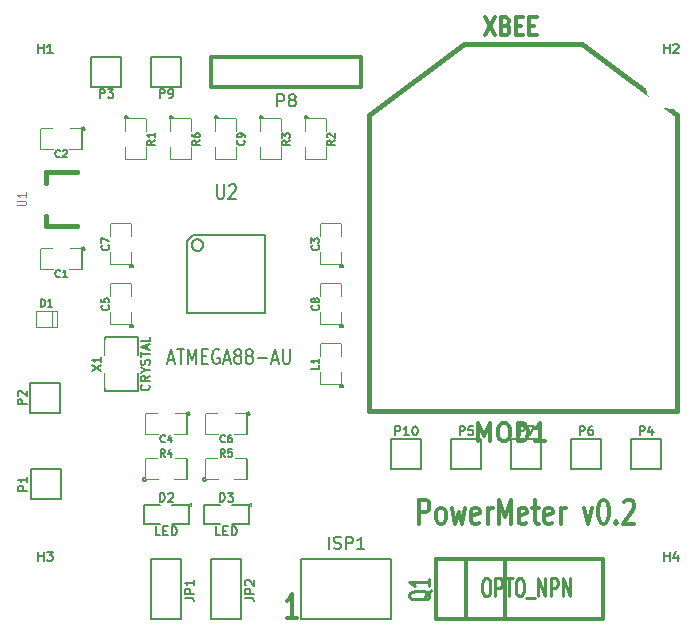
<source format=gto>
G04 (created by PCBNEW-RS274X (2011-07-12 BZR 3047)-stable) date Wed 05 Oct 2011 08:43:45 BST*
G01*
G70*
G90*
%MOIN*%
G04 Gerber Fmt 3.4, Leading zero omitted, Abs format*
%FSLAX34Y34*%
G04 APERTURE LIST*
%ADD10C,0.006000*%
%ADD11C,0.012000*%
%ADD12C,0.003900*%
%ADD13C,0.005100*%
%ADD14C,0.008000*%
%ADD15C,0.015000*%
%ADD16C,0.005000*%
%ADD17C,0.004700*%
%ADD18C,0.010700*%
%ADD19C,0.010000*%
%ADD20C,0.004900*%
%ADD21R,0.055200X0.055200*%
%ADD22C,0.068000*%
%ADD23C,0.173400*%
%ADD24R,0.068000X0.068000*%
%ADD25R,0.067100X0.067100*%
%ADD26C,0.067100*%
%ADD27R,0.063100X0.043400*%
%ADD28R,0.090700X0.086700*%
%ADD29R,0.086700X0.025700*%
%ADD30R,0.025700X0.086700*%
%ADD31R,0.067100X0.059200*%
%ADD32R,0.059200X0.067100*%
%ADD33R,0.055200X0.035600*%
%ADD34R,0.106400X0.055200*%
%ADD35C,0.070000*%
%ADD36R,0.070000X0.070000*%
G04 APERTURE END LIST*
G54D10*
G54D11*
X60369Y-49458D02*
X60026Y-49458D01*
X60198Y-49458D02*
X60198Y-48658D01*
X60141Y-48772D01*
X60083Y-48848D01*
X60026Y-48886D01*
X64430Y-46324D02*
X64430Y-45524D01*
X64658Y-45524D01*
X64716Y-45562D01*
X64744Y-45600D01*
X64773Y-45676D01*
X64773Y-45790D01*
X64744Y-45867D01*
X64716Y-45905D01*
X64658Y-45943D01*
X64430Y-45943D01*
X65116Y-46324D02*
X65058Y-46286D01*
X65030Y-46248D01*
X65001Y-46171D01*
X65001Y-45943D01*
X65030Y-45867D01*
X65058Y-45829D01*
X65116Y-45790D01*
X65201Y-45790D01*
X65258Y-45829D01*
X65287Y-45867D01*
X65316Y-45943D01*
X65316Y-46171D01*
X65287Y-46248D01*
X65258Y-46286D01*
X65201Y-46324D01*
X65116Y-46324D01*
X65516Y-45790D02*
X65630Y-46324D01*
X65744Y-45943D01*
X65859Y-46324D01*
X65973Y-45790D01*
X66430Y-46286D02*
X66373Y-46324D01*
X66259Y-46324D01*
X66202Y-46286D01*
X66173Y-46210D01*
X66173Y-45905D01*
X66202Y-45829D01*
X66259Y-45790D01*
X66373Y-45790D01*
X66430Y-45829D01*
X66459Y-45905D01*
X66459Y-45981D01*
X66173Y-46057D01*
X66716Y-46324D02*
X66716Y-45790D01*
X66716Y-45943D02*
X66744Y-45867D01*
X66773Y-45829D01*
X66830Y-45790D01*
X66887Y-45790D01*
X67087Y-46324D02*
X67087Y-45524D01*
X67287Y-46095D01*
X67487Y-45524D01*
X67487Y-46324D01*
X68001Y-46286D02*
X67944Y-46324D01*
X67830Y-46324D01*
X67773Y-46286D01*
X67744Y-46210D01*
X67744Y-45905D01*
X67773Y-45829D01*
X67830Y-45790D01*
X67944Y-45790D01*
X68001Y-45829D01*
X68030Y-45905D01*
X68030Y-45981D01*
X67744Y-46057D01*
X68201Y-45790D02*
X68430Y-45790D01*
X68287Y-45524D02*
X68287Y-46210D01*
X68315Y-46286D01*
X68373Y-46324D01*
X68430Y-46324D01*
X68858Y-46286D02*
X68801Y-46324D01*
X68687Y-46324D01*
X68630Y-46286D01*
X68601Y-46210D01*
X68601Y-45905D01*
X68630Y-45829D01*
X68687Y-45790D01*
X68801Y-45790D01*
X68858Y-45829D01*
X68887Y-45905D01*
X68887Y-45981D01*
X68601Y-46057D01*
X69144Y-46324D02*
X69144Y-45790D01*
X69144Y-45943D02*
X69172Y-45867D01*
X69201Y-45829D01*
X69258Y-45790D01*
X69315Y-45790D01*
X69915Y-45790D02*
X70058Y-46324D01*
X70200Y-45790D01*
X70543Y-45524D02*
X70600Y-45524D01*
X70657Y-45562D01*
X70686Y-45600D01*
X70715Y-45676D01*
X70743Y-45829D01*
X70743Y-46019D01*
X70715Y-46171D01*
X70686Y-46248D01*
X70657Y-46286D01*
X70600Y-46324D01*
X70543Y-46324D01*
X70486Y-46286D01*
X70457Y-46248D01*
X70429Y-46171D01*
X70400Y-46019D01*
X70400Y-45829D01*
X70429Y-45676D01*
X70457Y-45600D01*
X70486Y-45562D01*
X70543Y-45524D01*
X71000Y-46248D02*
X71028Y-46286D01*
X71000Y-46324D01*
X70971Y-46286D01*
X71000Y-46248D01*
X71000Y-46324D01*
X71257Y-45600D02*
X71286Y-45562D01*
X71343Y-45524D01*
X71486Y-45524D01*
X71543Y-45562D01*
X71572Y-45600D01*
X71600Y-45676D01*
X71600Y-45752D01*
X71572Y-45867D01*
X71229Y-46324D01*
X71600Y-46324D01*
G54D12*
X56836Y-45685D02*
X56835Y-45692D01*
X56832Y-45700D01*
X56829Y-45707D01*
X56824Y-45713D01*
X56818Y-45718D01*
X56811Y-45721D01*
X56804Y-45724D01*
X56796Y-45724D01*
X56789Y-45724D01*
X56782Y-45722D01*
X56775Y-45718D01*
X56769Y-45713D01*
X56763Y-45707D01*
X56760Y-45700D01*
X56757Y-45693D01*
X56757Y-45685D01*
X56757Y-45678D01*
X56759Y-45671D01*
X56763Y-45664D01*
X56768Y-45658D01*
X56774Y-45653D01*
X56780Y-45649D01*
X56788Y-45646D01*
X56796Y-45646D01*
X56802Y-45646D01*
X56810Y-45648D01*
X56817Y-45652D01*
X56823Y-45657D01*
X56828Y-45662D01*
X56832Y-45669D01*
X56835Y-45677D01*
X56835Y-45684D01*
X56836Y-45685D01*
G54D13*
X56177Y-46315D02*
X56748Y-46315D01*
X56177Y-45685D02*
X56748Y-45685D01*
X55252Y-45685D02*
X55252Y-46315D01*
X55252Y-46315D02*
X55803Y-46315D01*
X55252Y-45685D02*
X55803Y-45685D01*
X56748Y-46315D02*
X56748Y-45685D01*
G54D12*
X58836Y-45685D02*
X58835Y-45692D01*
X58832Y-45700D01*
X58829Y-45707D01*
X58824Y-45713D01*
X58818Y-45718D01*
X58811Y-45721D01*
X58804Y-45724D01*
X58796Y-45724D01*
X58789Y-45724D01*
X58782Y-45722D01*
X58775Y-45718D01*
X58769Y-45713D01*
X58763Y-45707D01*
X58760Y-45700D01*
X58757Y-45693D01*
X58757Y-45685D01*
X58757Y-45678D01*
X58759Y-45671D01*
X58763Y-45664D01*
X58768Y-45658D01*
X58774Y-45653D01*
X58780Y-45649D01*
X58788Y-45646D01*
X58796Y-45646D01*
X58802Y-45646D01*
X58810Y-45648D01*
X58817Y-45652D01*
X58823Y-45657D01*
X58828Y-45662D01*
X58832Y-45669D01*
X58835Y-45677D01*
X58835Y-45684D01*
X58836Y-45685D01*
G54D13*
X58177Y-46315D02*
X58748Y-46315D01*
X58177Y-45685D02*
X58748Y-45685D01*
X57252Y-45685D02*
X57252Y-46315D01*
X57252Y-46315D02*
X57803Y-46315D01*
X57252Y-45685D02*
X57803Y-45685D01*
X58748Y-46315D02*
X58748Y-45685D01*
G54D10*
X52500Y-45500D02*
X51500Y-45500D01*
X51500Y-45500D02*
X51500Y-44500D01*
X51500Y-44500D02*
X52500Y-44500D01*
X52500Y-44500D02*
X52500Y-45500D01*
X52472Y-42626D02*
X51472Y-42626D01*
X51472Y-42626D02*
X51472Y-41626D01*
X51472Y-41626D02*
X52472Y-41626D01*
X52472Y-41626D02*
X52472Y-42626D01*
X54500Y-30750D02*
X54500Y-31750D01*
X54500Y-31750D02*
X53500Y-31750D01*
X53500Y-31750D02*
X53500Y-30750D01*
X53500Y-30750D02*
X54500Y-30750D01*
X71500Y-44500D02*
X71500Y-43500D01*
X71500Y-43500D02*
X72500Y-43500D01*
X72500Y-43500D02*
X72500Y-44500D01*
X72500Y-44500D02*
X71500Y-44500D01*
X69500Y-44500D02*
X69500Y-43500D01*
X69500Y-43500D02*
X70500Y-43500D01*
X70500Y-43500D02*
X70500Y-44500D01*
X70500Y-44500D02*
X69500Y-44500D01*
X67500Y-44500D02*
X67500Y-43500D01*
X67500Y-43500D02*
X68500Y-43500D01*
X68500Y-43500D02*
X68500Y-44500D01*
X68500Y-44500D02*
X67500Y-44500D01*
X56500Y-30750D02*
X56500Y-31750D01*
X56500Y-31750D02*
X55500Y-31750D01*
X55500Y-31750D02*
X55500Y-30750D01*
X55500Y-30750D02*
X56500Y-30750D01*
X63500Y-44500D02*
X63500Y-43500D01*
X63500Y-43500D02*
X64500Y-43500D01*
X64500Y-43500D02*
X64500Y-44500D01*
X64500Y-44500D02*
X63500Y-44500D01*
G54D11*
X62500Y-31750D02*
X62500Y-30750D01*
X57500Y-30750D02*
X57500Y-31750D01*
X62500Y-31750D02*
X57500Y-31750D01*
X57500Y-30750D02*
X62500Y-30750D01*
G54D10*
X65500Y-44500D02*
X65500Y-43500D01*
X65500Y-43500D02*
X66500Y-43500D01*
X66500Y-43500D02*
X66500Y-44500D01*
X66500Y-44500D02*
X65500Y-44500D01*
G54D11*
X67300Y-49500D02*
X67300Y-47500D01*
X65000Y-47500D02*
X65000Y-49500D01*
X66000Y-49500D02*
X66000Y-47500D01*
X65000Y-47500D02*
X66100Y-47500D01*
X66000Y-47500D02*
X70550Y-47500D01*
X70550Y-47500D02*
X70550Y-49500D01*
X70550Y-49500D02*
X65500Y-49500D01*
X65050Y-49500D02*
X65000Y-49500D01*
X66000Y-49500D02*
X65000Y-49500D01*
G54D10*
X55500Y-47500D02*
X56500Y-47500D01*
X56500Y-47500D02*
X56500Y-49500D01*
X56500Y-49500D02*
X55500Y-49500D01*
X55500Y-49500D02*
X55500Y-47500D01*
X57500Y-47500D02*
X58500Y-47500D01*
X58500Y-47500D02*
X58500Y-49500D01*
X58500Y-49500D02*
X57500Y-49500D01*
X57500Y-49500D02*
X57500Y-47500D01*
G54D14*
X63500Y-49500D02*
X60500Y-49500D01*
X60500Y-47500D02*
X63500Y-47500D01*
X63500Y-47500D02*
X63500Y-49500D01*
X60500Y-49500D02*
X60500Y-47500D01*
G54D15*
X51988Y-36406D02*
X53012Y-36406D01*
X51988Y-34949D02*
X51988Y-34594D01*
X51988Y-34594D02*
X53012Y-34594D01*
X51988Y-36406D02*
X51988Y-36051D01*
G54D13*
X59299Y-36701D02*
X59299Y-39299D01*
X59299Y-39299D02*
X56701Y-39299D01*
X56701Y-39299D02*
X56701Y-36898D01*
X56701Y-36898D02*
X56898Y-36701D01*
X56898Y-36701D02*
X59299Y-36701D01*
X57228Y-37031D02*
X57224Y-37067D01*
X57213Y-37102D01*
X57196Y-37135D01*
X57173Y-37163D01*
X57145Y-37186D01*
X57112Y-37204D01*
X57077Y-37215D01*
X57041Y-37218D01*
X57005Y-37215D01*
X56970Y-37205D01*
X56938Y-37188D01*
X56909Y-37165D01*
X56885Y-37137D01*
X56868Y-37105D01*
X56857Y-37070D01*
X56853Y-37033D01*
X56856Y-36998D01*
X56866Y-36962D01*
X56882Y-36930D01*
X56905Y-36901D01*
X56933Y-36877D01*
X56965Y-36859D01*
X57000Y-36848D01*
X57037Y-36844D01*
X57072Y-36846D01*
X57107Y-36856D01*
X57140Y-36873D01*
X57169Y-36895D01*
X57193Y-36923D01*
X57211Y-36955D01*
X57223Y-36990D01*
X57227Y-37026D01*
X57228Y-37031D01*
G54D16*
X61889Y-41728D02*
X61888Y-41737D01*
X61885Y-41747D01*
X61880Y-41755D01*
X61874Y-41763D01*
X61866Y-41769D01*
X61858Y-41774D01*
X61849Y-41776D01*
X61839Y-41777D01*
X61830Y-41777D01*
X61821Y-41774D01*
X61812Y-41769D01*
X61805Y-41763D01*
X61798Y-41756D01*
X61794Y-41747D01*
X61791Y-41738D01*
X61790Y-41728D01*
X61790Y-41719D01*
X61793Y-41710D01*
X61797Y-41701D01*
X61804Y-41694D01*
X61811Y-41687D01*
X61819Y-41683D01*
X61829Y-41680D01*
X61838Y-41679D01*
X61847Y-41679D01*
X61857Y-41682D01*
X61865Y-41686D01*
X61873Y-41692D01*
X61879Y-41700D01*
X61884Y-41708D01*
X61887Y-41717D01*
X61888Y-41727D01*
X61889Y-41728D01*
X61839Y-41278D02*
X61839Y-41678D01*
X61839Y-41678D02*
X61161Y-41678D01*
X61161Y-41679D02*
X61161Y-41279D01*
X61161Y-40722D02*
X61161Y-40322D01*
X61161Y-40322D02*
X61839Y-40322D01*
X61839Y-40321D02*
X61839Y-40721D01*
X56211Y-32772D02*
X56210Y-32781D01*
X56207Y-32791D01*
X56202Y-32799D01*
X56196Y-32807D01*
X56188Y-32813D01*
X56180Y-32818D01*
X56171Y-32820D01*
X56161Y-32821D01*
X56152Y-32821D01*
X56143Y-32818D01*
X56134Y-32813D01*
X56127Y-32807D01*
X56120Y-32800D01*
X56116Y-32791D01*
X56113Y-32782D01*
X56112Y-32772D01*
X56112Y-32763D01*
X56115Y-32754D01*
X56119Y-32745D01*
X56126Y-32738D01*
X56133Y-32731D01*
X56141Y-32727D01*
X56151Y-32724D01*
X56160Y-32723D01*
X56169Y-32723D01*
X56179Y-32726D01*
X56187Y-32730D01*
X56195Y-32736D01*
X56201Y-32744D01*
X56206Y-32752D01*
X56209Y-32761D01*
X56210Y-32771D01*
X56211Y-32772D01*
X56161Y-33222D02*
X56161Y-32822D01*
X56161Y-32822D02*
X56839Y-32822D01*
X56839Y-32821D02*
X56839Y-33221D01*
X56839Y-33778D02*
X56839Y-34178D01*
X56839Y-34178D02*
X56161Y-34178D01*
X56161Y-34179D02*
X56161Y-33779D01*
X57322Y-44839D02*
X57321Y-44848D01*
X57318Y-44858D01*
X57313Y-44866D01*
X57307Y-44874D01*
X57299Y-44880D01*
X57291Y-44885D01*
X57282Y-44887D01*
X57272Y-44888D01*
X57263Y-44888D01*
X57254Y-44885D01*
X57245Y-44880D01*
X57238Y-44874D01*
X57231Y-44867D01*
X57227Y-44858D01*
X57224Y-44849D01*
X57223Y-44839D01*
X57223Y-44830D01*
X57226Y-44821D01*
X57230Y-44812D01*
X57237Y-44805D01*
X57244Y-44798D01*
X57252Y-44794D01*
X57262Y-44791D01*
X57271Y-44790D01*
X57280Y-44790D01*
X57290Y-44793D01*
X57298Y-44797D01*
X57306Y-44803D01*
X57312Y-44811D01*
X57317Y-44819D01*
X57320Y-44828D01*
X57321Y-44838D01*
X57322Y-44839D01*
X57722Y-44839D02*
X57322Y-44839D01*
X57322Y-44839D02*
X57322Y-44161D01*
X57321Y-44161D02*
X57721Y-44161D01*
X58278Y-44161D02*
X58678Y-44161D01*
X58678Y-44161D02*
X58678Y-44839D01*
X58679Y-44839D02*
X58279Y-44839D01*
X55322Y-44839D02*
X55321Y-44848D01*
X55318Y-44858D01*
X55313Y-44866D01*
X55307Y-44874D01*
X55299Y-44880D01*
X55291Y-44885D01*
X55282Y-44887D01*
X55272Y-44888D01*
X55263Y-44888D01*
X55254Y-44885D01*
X55245Y-44880D01*
X55238Y-44874D01*
X55231Y-44867D01*
X55227Y-44858D01*
X55224Y-44849D01*
X55223Y-44839D01*
X55223Y-44830D01*
X55226Y-44821D01*
X55230Y-44812D01*
X55237Y-44805D01*
X55244Y-44798D01*
X55252Y-44794D01*
X55262Y-44791D01*
X55271Y-44790D01*
X55280Y-44790D01*
X55290Y-44793D01*
X55298Y-44797D01*
X55306Y-44803D01*
X55312Y-44811D01*
X55317Y-44819D01*
X55320Y-44828D01*
X55321Y-44838D01*
X55322Y-44839D01*
X55722Y-44839D02*
X55322Y-44839D01*
X55322Y-44839D02*
X55322Y-44161D01*
X55321Y-44161D02*
X55721Y-44161D01*
X56278Y-44161D02*
X56678Y-44161D01*
X56678Y-44161D02*
X56678Y-44839D01*
X56679Y-44839D02*
X56279Y-44839D01*
X59211Y-32772D02*
X59210Y-32781D01*
X59207Y-32791D01*
X59202Y-32799D01*
X59196Y-32807D01*
X59188Y-32813D01*
X59180Y-32818D01*
X59171Y-32820D01*
X59161Y-32821D01*
X59152Y-32821D01*
X59143Y-32818D01*
X59134Y-32813D01*
X59127Y-32807D01*
X59120Y-32800D01*
X59116Y-32791D01*
X59113Y-32782D01*
X59112Y-32772D01*
X59112Y-32763D01*
X59115Y-32754D01*
X59119Y-32745D01*
X59126Y-32738D01*
X59133Y-32731D01*
X59141Y-32727D01*
X59151Y-32724D01*
X59160Y-32723D01*
X59169Y-32723D01*
X59179Y-32726D01*
X59187Y-32730D01*
X59195Y-32736D01*
X59201Y-32744D01*
X59206Y-32752D01*
X59209Y-32761D01*
X59210Y-32771D01*
X59211Y-32772D01*
X59161Y-33222D02*
X59161Y-32822D01*
X59161Y-32822D02*
X59839Y-32822D01*
X59839Y-32821D02*
X59839Y-33221D01*
X59839Y-33778D02*
X59839Y-34178D01*
X59839Y-34178D02*
X59161Y-34178D01*
X59161Y-34179D02*
X59161Y-33779D01*
X60711Y-32772D02*
X60710Y-32781D01*
X60707Y-32791D01*
X60702Y-32799D01*
X60696Y-32807D01*
X60688Y-32813D01*
X60680Y-32818D01*
X60671Y-32820D01*
X60661Y-32821D01*
X60652Y-32821D01*
X60643Y-32818D01*
X60634Y-32813D01*
X60627Y-32807D01*
X60620Y-32800D01*
X60616Y-32791D01*
X60613Y-32782D01*
X60612Y-32772D01*
X60612Y-32763D01*
X60615Y-32754D01*
X60619Y-32745D01*
X60626Y-32738D01*
X60633Y-32731D01*
X60641Y-32727D01*
X60651Y-32724D01*
X60660Y-32723D01*
X60669Y-32723D01*
X60679Y-32726D01*
X60687Y-32730D01*
X60695Y-32736D01*
X60701Y-32744D01*
X60706Y-32752D01*
X60709Y-32761D01*
X60710Y-32771D01*
X60711Y-32772D01*
X60661Y-33222D02*
X60661Y-32822D01*
X60661Y-32822D02*
X61339Y-32822D01*
X61339Y-32821D02*
X61339Y-33221D01*
X61339Y-33778D02*
X61339Y-34178D01*
X61339Y-34178D02*
X60661Y-34178D01*
X60661Y-34179D02*
X60661Y-33779D01*
X54711Y-32772D02*
X54710Y-32781D01*
X54707Y-32791D01*
X54702Y-32799D01*
X54696Y-32807D01*
X54688Y-32813D01*
X54680Y-32818D01*
X54671Y-32820D01*
X54661Y-32821D01*
X54652Y-32821D01*
X54643Y-32818D01*
X54634Y-32813D01*
X54627Y-32807D01*
X54620Y-32800D01*
X54616Y-32791D01*
X54613Y-32782D01*
X54612Y-32772D01*
X54612Y-32763D01*
X54615Y-32754D01*
X54619Y-32745D01*
X54626Y-32738D01*
X54633Y-32731D01*
X54641Y-32727D01*
X54651Y-32724D01*
X54660Y-32723D01*
X54669Y-32723D01*
X54679Y-32726D01*
X54687Y-32730D01*
X54695Y-32736D01*
X54701Y-32744D01*
X54706Y-32752D01*
X54709Y-32761D01*
X54710Y-32771D01*
X54711Y-32772D01*
X54661Y-33222D02*
X54661Y-32822D01*
X54661Y-32822D02*
X55339Y-32822D01*
X55339Y-32821D02*
X55339Y-33221D01*
X55339Y-33778D02*
X55339Y-34178D01*
X55339Y-34178D02*
X54661Y-34178D01*
X54661Y-34179D02*
X54661Y-33779D01*
X57711Y-32772D02*
X57710Y-32781D01*
X57707Y-32791D01*
X57702Y-32799D01*
X57696Y-32807D01*
X57688Y-32813D01*
X57680Y-32818D01*
X57671Y-32820D01*
X57661Y-32821D01*
X57652Y-32821D01*
X57643Y-32818D01*
X57634Y-32813D01*
X57627Y-32807D01*
X57620Y-32800D01*
X57616Y-32791D01*
X57613Y-32782D01*
X57612Y-32772D01*
X57612Y-32763D01*
X57615Y-32754D01*
X57619Y-32745D01*
X57626Y-32738D01*
X57633Y-32731D01*
X57641Y-32727D01*
X57651Y-32724D01*
X57660Y-32723D01*
X57669Y-32723D01*
X57679Y-32726D01*
X57687Y-32730D01*
X57695Y-32736D01*
X57701Y-32744D01*
X57706Y-32752D01*
X57709Y-32761D01*
X57710Y-32771D01*
X57711Y-32772D01*
X57661Y-33222D02*
X57661Y-32822D01*
X57661Y-32822D02*
X58339Y-32822D01*
X58339Y-32821D02*
X58339Y-33221D01*
X58339Y-33778D02*
X58339Y-34178D01*
X58339Y-34178D02*
X57661Y-34178D01*
X57661Y-34179D02*
X57661Y-33779D01*
X61889Y-39728D02*
X61888Y-39737D01*
X61885Y-39747D01*
X61880Y-39755D01*
X61874Y-39763D01*
X61866Y-39769D01*
X61858Y-39774D01*
X61849Y-39776D01*
X61839Y-39777D01*
X61830Y-39777D01*
X61821Y-39774D01*
X61812Y-39769D01*
X61805Y-39763D01*
X61798Y-39756D01*
X61794Y-39747D01*
X61791Y-39738D01*
X61790Y-39728D01*
X61790Y-39719D01*
X61793Y-39710D01*
X61797Y-39701D01*
X61804Y-39694D01*
X61811Y-39687D01*
X61819Y-39683D01*
X61829Y-39680D01*
X61838Y-39679D01*
X61847Y-39679D01*
X61857Y-39682D01*
X61865Y-39686D01*
X61873Y-39692D01*
X61879Y-39700D01*
X61884Y-39708D01*
X61887Y-39717D01*
X61888Y-39727D01*
X61889Y-39728D01*
X61839Y-39278D02*
X61839Y-39678D01*
X61839Y-39678D02*
X61161Y-39678D01*
X61161Y-39679D02*
X61161Y-39279D01*
X61161Y-38722D02*
X61161Y-38322D01*
X61161Y-38322D02*
X61839Y-38322D01*
X61839Y-38321D02*
X61839Y-38721D01*
X54889Y-37728D02*
X54888Y-37737D01*
X54885Y-37747D01*
X54880Y-37755D01*
X54874Y-37763D01*
X54866Y-37769D01*
X54858Y-37774D01*
X54849Y-37776D01*
X54839Y-37777D01*
X54830Y-37777D01*
X54821Y-37774D01*
X54812Y-37769D01*
X54805Y-37763D01*
X54798Y-37756D01*
X54794Y-37747D01*
X54791Y-37738D01*
X54790Y-37728D01*
X54790Y-37719D01*
X54793Y-37710D01*
X54797Y-37701D01*
X54804Y-37694D01*
X54811Y-37687D01*
X54819Y-37683D01*
X54829Y-37680D01*
X54838Y-37679D01*
X54847Y-37679D01*
X54857Y-37682D01*
X54865Y-37686D01*
X54873Y-37692D01*
X54879Y-37700D01*
X54884Y-37708D01*
X54887Y-37717D01*
X54888Y-37727D01*
X54889Y-37728D01*
X54839Y-37278D02*
X54839Y-37678D01*
X54839Y-37678D02*
X54161Y-37678D01*
X54161Y-37679D02*
X54161Y-37279D01*
X54161Y-36722D02*
X54161Y-36322D01*
X54161Y-36322D02*
X54839Y-36322D01*
X54839Y-36321D02*
X54839Y-36721D01*
X58778Y-42661D02*
X58777Y-42670D01*
X58774Y-42680D01*
X58769Y-42688D01*
X58763Y-42696D01*
X58755Y-42702D01*
X58747Y-42707D01*
X58738Y-42709D01*
X58728Y-42710D01*
X58719Y-42710D01*
X58710Y-42707D01*
X58701Y-42702D01*
X58694Y-42696D01*
X58687Y-42689D01*
X58683Y-42680D01*
X58680Y-42671D01*
X58679Y-42661D01*
X58679Y-42652D01*
X58682Y-42643D01*
X58686Y-42634D01*
X58693Y-42627D01*
X58700Y-42620D01*
X58708Y-42616D01*
X58718Y-42613D01*
X58727Y-42612D01*
X58736Y-42612D01*
X58746Y-42615D01*
X58754Y-42619D01*
X58762Y-42625D01*
X58768Y-42633D01*
X58773Y-42641D01*
X58776Y-42650D01*
X58777Y-42660D01*
X58778Y-42661D01*
X58278Y-42661D02*
X58678Y-42661D01*
X58678Y-42661D02*
X58678Y-43339D01*
X58679Y-43339D02*
X58279Y-43339D01*
X57722Y-43339D02*
X57322Y-43339D01*
X57322Y-43339D02*
X57322Y-42661D01*
X57321Y-42661D02*
X57721Y-42661D01*
X54889Y-39728D02*
X54888Y-39737D01*
X54885Y-39747D01*
X54880Y-39755D01*
X54874Y-39763D01*
X54866Y-39769D01*
X54858Y-39774D01*
X54849Y-39776D01*
X54839Y-39777D01*
X54830Y-39777D01*
X54821Y-39774D01*
X54812Y-39769D01*
X54805Y-39763D01*
X54798Y-39756D01*
X54794Y-39747D01*
X54791Y-39738D01*
X54790Y-39728D01*
X54790Y-39719D01*
X54793Y-39710D01*
X54797Y-39701D01*
X54804Y-39694D01*
X54811Y-39687D01*
X54819Y-39683D01*
X54829Y-39680D01*
X54838Y-39679D01*
X54847Y-39679D01*
X54857Y-39682D01*
X54865Y-39686D01*
X54873Y-39692D01*
X54879Y-39700D01*
X54884Y-39708D01*
X54887Y-39717D01*
X54888Y-39727D01*
X54889Y-39728D01*
X54839Y-39278D02*
X54839Y-39678D01*
X54839Y-39678D02*
X54161Y-39678D01*
X54161Y-39679D02*
X54161Y-39279D01*
X54161Y-38722D02*
X54161Y-38322D01*
X54161Y-38322D02*
X54839Y-38322D01*
X54839Y-38321D02*
X54839Y-38721D01*
X56778Y-42661D02*
X56777Y-42670D01*
X56774Y-42680D01*
X56769Y-42688D01*
X56763Y-42696D01*
X56755Y-42702D01*
X56747Y-42707D01*
X56738Y-42709D01*
X56728Y-42710D01*
X56719Y-42710D01*
X56710Y-42707D01*
X56701Y-42702D01*
X56694Y-42696D01*
X56687Y-42689D01*
X56683Y-42680D01*
X56680Y-42671D01*
X56679Y-42661D01*
X56679Y-42652D01*
X56682Y-42643D01*
X56686Y-42634D01*
X56693Y-42627D01*
X56700Y-42620D01*
X56708Y-42616D01*
X56718Y-42613D01*
X56727Y-42612D01*
X56736Y-42612D01*
X56746Y-42615D01*
X56754Y-42619D01*
X56762Y-42625D01*
X56768Y-42633D01*
X56773Y-42641D01*
X56776Y-42650D01*
X56777Y-42660D01*
X56778Y-42661D01*
X56278Y-42661D02*
X56678Y-42661D01*
X56678Y-42661D02*
X56678Y-43339D01*
X56679Y-43339D02*
X56279Y-43339D01*
X55722Y-43339D02*
X55322Y-43339D01*
X55322Y-43339D02*
X55322Y-42661D01*
X55321Y-42661D02*
X55721Y-42661D01*
X61889Y-37728D02*
X61888Y-37737D01*
X61885Y-37747D01*
X61880Y-37755D01*
X61874Y-37763D01*
X61866Y-37769D01*
X61858Y-37774D01*
X61849Y-37776D01*
X61839Y-37777D01*
X61830Y-37777D01*
X61821Y-37774D01*
X61812Y-37769D01*
X61805Y-37763D01*
X61798Y-37756D01*
X61794Y-37747D01*
X61791Y-37738D01*
X61790Y-37728D01*
X61790Y-37719D01*
X61793Y-37710D01*
X61797Y-37701D01*
X61804Y-37694D01*
X61811Y-37687D01*
X61819Y-37683D01*
X61829Y-37680D01*
X61838Y-37679D01*
X61847Y-37679D01*
X61857Y-37682D01*
X61865Y-37686D01*
X61873Y-37692D01*
X61879Y-37700D01*
X61884Y-37708D01*
X61887Y-37717D01*
X61888Y-37727D01*
X61889Y-37728D01*
X61839Y-37278D02*
X61839Y-37678D01*
X61839Y-37678D02*
X61161Y-37678D01*
X61161Y-37679D02*
X61161Y-37279D01*
X61161Y-36722D02*
X61161Y-36322D01*
X61161Y-36322D02*
X61839Y-36322D01*
X61839Y-36321D02*
X61839Y-36721D01*
X53278Y-33161D02*
X53277Y-33170D01*
X53274Y-33180D01*
X53269Y-33188D01*
X53263Y-33196D01*
X53255Y-33202D01*
X53247Y-33207D01*
X53238Y-33209D01*
X53228Y-33210D01*
X53219Y-33210D01*
X53210Y-33207D01*
X53201Y-33202D01*
X53194Y-33196D01*
X53187Y-33189D01*
X53183Y-33180D01*
X53180Y-33171D01*
X53179Y-33161D01*
X53179Y-33152D01*
X53182Y-33143D01*
X53186Y-33134D01*
X53193Y-33127D01*
X53200Y-33120D01*
X53208Y-33116D01*
X53218Y-33113D01*
X53227Y-33112D01*
X53236Y-33112D01*
X53246Y-33115D01*
X53254Y-33119D01*
X53262Y-33125D01*
X53268Y-33133D01*
X53273Y-33141D01*
X53276Y-33150D01*
X53277Y-33160D01*
X53278Y-33161D01*
X52778Y-33161D02*
X53178Y-33161D01*
X53178Y-33161D02*
X53178Y-33839D01*
X53179Y-33839D02*
X52779Y-33839D01*
X52222Y-33839D02*
X51822Y-33839D01*
X51822Y-33839D02*
X51822Y-33161D01*
X51821Y-33161D02*
X52221Y-33161D01*
X53278Y-37161D02*
X53277Y-37170D01*
X53274Y-37180D01*
X53269Y-37188D01*
X53263Y-37196D01*
X53255Y-37202D01*
X53247Y-37207D01*
X53238Y-37209D01*
X53228Y-37210D01*
X53219Y-37210D01*
X53210Y-37207D01*
X53201Y-37202D01*
X53194Y-37196D01*
X53187Y-37189D01*
X53183Y-37180D01*
X53180Y-37171D01*
X53179Y-37161D01*
X53179Y-37152D01*
X53182Y-37143D01*
X53186Y-37134D01*
X53193Y-37127D01*
X53200Y-37120D01*
X53208Y-37116D01*
X53218Y-37113D01*
X53227Y-37112D01*
X53236Y-37112D01*
X53246Y-37115D01*
X53254Y-37119D01*
X53262Y-37125D01*
X53268Y-37133D01*
X53273Y-37141D01*
X53276Y-37150D01*
X53277Y-37160D01*
X53278Y-37161D01*
X52778Y-37161D02*
X53178Y-37161D01*
X53178Y-37161D02*
X53178Y-37839D01*
X53179Y-37839D02*
X52779Y-37839D01*
X52222Y-37839D02*
X51822Y-37839D01*
X51822Y-37839D02*
X51822Y-37161D01*
X51821Y-37161D02*
X52221Y-37161D01*
G54D17*
X51646Y-39224D02*
X52354Y-39224D01*
X52354Y-39224D02*
X52354Y-39776D01*
X52354Y-39776D02*
X51646Y-39776D01*
X51646Y-39776D02*
X51646Y-39224D01*
X52197Y-39224D02*
X52197Y-39776D01*
G54D16*
X53950Y-41300D02*
X53950Y-41900D01*
X53950Y-41900D02*
X55050Y-41900D01*
X55050Y-41900D02*
X55050Y-41300D01*
X55050Y-40700D02*
X55050Y-40100D01*
X55050Y-40100D02*
X53950Y-40100D01*
X53950Y-40100D02*
X53950Y-40700D01*
G54D15*
X62776Y-32701D02*
X65925Y-30339D01*
X65925Y-30339D02*
X69862Y-30339D01*
X69862Y-30339D02*
X73012Y-32701D01*
X73012Y-32701D02*
X73012Y-42562D01*
X73012Y-42562D02*
X62776Y-42562D01*
X62776Y-42562D02*
X62776Y-32701D01*
G54D16*
X55778Y-45590D02*
X55778Y-45290D01*
X55850Y-45290D01*
X55893Y-45305D01*
X55921Y-45333D01*
X55936Y-45362D01*
X55950Y-45419D01*
X55950Y-45462D01*
X55936Y-45519D01*
X55921Y-45548D01*
X55893Y-45576D01*
X55850Y-45590D01*
X55778Y-45590D01*
X56064Y-45319D02*
X56078Y-45305D01*
X56107Y-45290D01*
X56178Y-45290D01*
X56207Y-45305D01*
X56221Y-45319D01*
X56236Y-45348D01*
X56236Y-45376D01*
X56221Y-45419D01*
X56050Y-45590D01*
X56236Y-45590D01*
X55807Y-46712D02*
X55664Y-46712D01*
X55664Y-46412D01*
X55907Y-46555D02*
X56007Y-46555D01*
X56050Y-46712D02*
X55907Y-46712D01*
X55907Y-46412D01*
X56050Y-46412D01*
X56178Y-46712D02*
X56178Y-46412D01*
X56250Y-46412D01*
X56293Y-46427D01*
X56321Y-46455D01*
X56336Y-46484D01*
X56350Y-46541D01*
X56350Y-46584D01*
X56336Y-46641D01*
X56321Y-46670D01*
X56293Y-46698D01*
X56250Y-46712D01*
X56178Y-46712D01*
X57778Y-45590D02*
X57778Y-45290D01*
X57850Y-45290D01*
X57893Y-45305D01*
X57921Y-45333D01*
X57936Y-45362D01*
X57950Y-45419D01*
X57950Y-45462D01*
X57936Y-45519D01*
X57921Y-45548D01*
X57893Y-45576D01*
X57850Y-45590D01*
X57778Y-45590D01*
X58050Y-45290D02*
X58236Y-45290D01*
X58136Y-45405D01*
X58178Y-45405D01*
X58207Y-45419D01*
X58221Y-45433D01*
X58236Y-45462D01*
X58236Y-45533D01*
X58221Y-45562D01*
X58207Y-45576D01*
X58178Y-45590D01*
X58093Y-45590D01*
X58064Y-45576D01*
X58050Y-45562D01*
X57807Y-46712D02*
X57664Y-46712D01*
X57664Y-46412D01*
X57907Y-46555D02*
X58007Y-46555D01*
X58050Y-46712D02*
X57907Y-46712D01*
X57907Y-46412D01*
X58050Y-46412D01*
X58178Y-46712D02*
X58178Y-46412D01*
X58250Y-46412D01*
X58293Y-46427D01*
X58321Y-46455D01*
X58336Y-46484D01*
X58350Y-46541D01*
X58350Y-46584D01*
X58336Y-46641D01*
X58321Y-46670D01*
X58293Y-46698D01*
X58250Y-46712D01*
X58178Y-46712D01*
G54D10*
X51371Y-45222D02*
X51071Y-45222D01*
X51071Y-45107D01*
X51086Y-45079D01*
X51100Y-45064D01*
X51129Y-45050D01*
X51171Y-45050D01*
X51200Y-45064D01*
X51214Y-45079D01*
X51229Y-45107D01*
X51229Y-45222D01*
X51371Y-44764D02*
X51371Y-44936D01*
X51371Y-44850D02*
X51071Y-44850D01*
X51114Y-44879D01*
X51143Y-44907D01*
X51157Y-44936D01*
X51343Y-42348D02*
X51043Y-42348D01*
X51043Y-42233D01*
X51058Y-42205D01*
X51072Y-42190D01*
X51101Y-42176D01*
X51143Y-42176D01*
X51172Y-42190D01*
X51186Y-42205D01*
X51201Y-42233D01*
X51201Y-42348D01*
X51072Y-42062D02*
X51058Y-42048D01*
X51043Y-42019D01*
X51043Y-41948D01*
X51058Y-41919D01*
X51072Y-41905D01*
X51101Y-41890D01*
X51129Y-41890D01*
X51172Y-41905D01*
X51343Y-42076D01*
X51343Y-41890D01*
X53778Y-32121D02*
X53778Y-31821D01*
X53893Y-31821D01*
X53921Y-31836D01*
X53936Y-31850D01*
X53950Y-31879D01*
X53950Y-31921D01*
X53936Y-31950D01*
X53921Y-31964D01*
X53893Y-31979D01*
X53778Y-31979D01*
X54050Y-31821D02*
X54236Y-31821D01*
X54136Y-31936D01*
X54178Y-31936D01*
X54207Y-31950D01*
X54221Y-31964D01*
X54236Y-31993D01*
X54236Y-32064D01*
X54221Y-32093D01*
X54207Y-32107D01*
X54178Y-32121D01*
X54093Y-32121D01*
X54064Y-32107D01*
X54050Y-32093D01*
X71778Y-43371D02*
X71778Y-43071D01*
X71893Y-43071D01*
X71921Y-43086D01*
X71936Y-43100D01*
X71950Y-43129D01*
X71950Y-43171D01*
X71936Y-43200D01*
X71921Y-43214D01*
X71893Y-43229D01*
X71778Y-43229D01*
X72207Y-43171D02*
X72207Y-43371D01*
X72136Y-43057D02*
X72064Y-43271D01*
X72250Y-43271D01*
X69778Y-43371D02*
X69778Y-43071D01*
X69893Y-43071D01*
X69921Y-43086D01*
X69936Y-43100D01*
X69950Y-43129D01*
X69950Y-43171D01*
X69936Y-43200D01*
X69921Y-43214D01*
X69893Y-43229D01*
X69778Y-43229D01*
X70207Y-43071D02*
X70150Y-43071D01*
X70121Y-43086D01*
X70107Y-43100D01*
X70078Y-43143D01*
X70064Y-43200D01*
X70064Y-43314D01*
X70078Y-43343D01*
X70093Y-43357D01*
X70121Y-43371D01*
X70178Y-43371D01*
X70207Y-43357D01*
X70221Y-43343D01*
X70236Y-43314D01*
X70236Y-43243D01*
X70221Y-43214D01*
X70207Y-43200D01*
X70178Y-43186D01*
X70121Y-43186D01*
X70093Y-43200D01*
X70078Y-43214D01*
X70064Y-43243D01*
X67778Y-43371D02*
X67778Y-43071D01*
X67893Y-43071D01*
X67921Y-43086D01*
X67936Y-43100D01*
X67950Y-43129D01*
X67950Y-43171D01*
X67936Y-43200D01*
X67921Y-43214D01*
X67893Y-43229D01*
X67778Y-43229D01*
X68050Y-43071D02*
X68250Y-43071D01*
X68121Y-43371D01*
X55778Y-32121D02*
X55778Y-31821D01*
X55893Y-31821D01*
X55921Y-31836D01*
X55936Y-31850D01*
X55950Y-31879D01*
X55950Y-31921D01*
X55936Y-31950D01*
X55921Y-31964D01*
X55893Y-31979D01*
X55778Y-31979D01*
X56093Y-32121D02*
X56150Y-32121D01*
X56178Y-32107D01*
X56193Y-32093D01*
X56221Y-32050D01*
X56236Y-31993D01*
X56236Y-31879D01*
X56221Y-31850D01*
X56207Y-31836D01*
X56178Y-31821D01*
X56121Y-31821D01*
X56093Y-31836D01*
X56078Y-31850D01*
X56064Y-31879D01*
X56064Y-31950D01*
X56078Y-31979D01*
X56093Y-31993D01*
X56121Y-32007D01*
X56178Y-32007D01*
X56207Y-31993D01*
X56221Y-31979D01*
X56236Y-31950D01*
X63635Y-43371D02*
X63635Y-43071D01*
X63750Y-43071D01*
X63778Y-43086D01*
X63793Y-43100D01*
X63807Y-43129D01*
X63807Y-43171D01*
X63793Y-43200D01*
X63778Y-43214D01*
X63750Y-43229D01*
X63635Y-43229D01*
X64093Y-43371D02*
X63921Y-43371D01*
X64007Y-43371D02*
X64007Y-43071D01*
X63978Y-43114D01*
X63950Y-43143D01*
X63921Y-43157D01*
X64279Y-43071D02*
X64307Y-43071D01*
X64336Y-43086D01*
X64350Y-43100D01*
X64364Y-43129D01*
X64379Y-43186D01*
X64379Y-43257D01*
X64364Y-43314D01*
X64350Y-43343D01*
X64336Y-43357D01*
X64307Y-43371D01*
X64279Y-43371D01*
X64250Y-43357D01*
X64236Y-43343D01*
X64221Y-43314D01*
X64207Y-43257D01*
X64207Y-43186D01*
X64221Y-43129D01*
X64236Y-43100D01*
X64250Y-43086D01*
X64279Y-43071D01*
G54D14*
X59705Y-32412D02*
X59705Y-32012D01*
X59858Y-32012D01*
X59896Y-32031D01*
X59915Y-32050D01*
X59934Y-32088D01*
X59934Y-32145D01*
X59915Y-32183D01*
X59896Y-32202D01*
X59858Y-32221D01*
X59705Y-32221D01*
X60162Y-32183D02*
X60124Y-32164D01*
X60105Y-32145D01*
X60086Y-32107D01*
X60086Y-32088D01*
X60105Y-32050D01*
X60124Y-32031D01*
X60162Y-32012D01*
X60239Y-32012D01*
X60277Y-32031D01*
X60296Y-32050D01*
X60315Y-32088D01*
X60315Y-32107D01*
X60296Y-32145D01*
X60277Y-32164D01*
X60239Y-32183D01*
X60162Y-32183D01*
X60124Y-32202D01*
X60105Y-32221D01*
X60086Y-32260D01*
X60086Y-32336D01*
X60105Y-32374D01*
X60124Y-32393D01*
X60162Y-32412D01*
X60239Y-32412D01*
X60277Y-32393D01*
X60296Y-32374D01*
X60315Y-32336D01*
X60315Y-32260D01*
X60296Y-32221D01*
X60277Y-32202D01*
X60239Y-32183D01*
G54D10*
X65778Y-43371D02*
X65778Y-43071D01*
X65893Y-43071D01*
X65921Y-43086D01*
X65936Y-43100D01*
X65950Y-43129D01*
X65950Y-43171D01*
X65936Y-43200D01*
X65921Y-43214D01*
X65893Y-43229D01*
X65778Y-43229D01*
X66221Y-43071D02*
X66078Y-43071D01*
X66064Y-43214D01*
X66078Y-43200D01*
X66107Y-43186D01*
X66178Y-43186D01*
X66207Y-43200D01*
X66221Y-43214D01*
X66236Y-43243D01*
X66236Y-43314D01*
X66221Y-43343D01*
X66207Y-43357D01*
X66178Y-43371D01*
X66107Y-43371D01*
X66078Y-43357D01*
X66064Y-43343D01*
X51740Y-30633D02*
X51740Y-30333D01*
X51740Y-30476D02*
X51912Y-30476D01*
X51912Y-30633D02*
X51912Y-30333D01*
X52212Y-30633D02*
X52040Y-30633D01*
X52126Y-30633D02*
X52126Y-30333D01*
X52097Y-30376D01*
X52069Y-30405D01*
X52040Y-30419D01*
X72606Y-30633D02*
X72606Y-30333D01*
X72606Y-30476D02*
X72778Y-30476D01*
X72778Y-30633D02*
X72778Y-30333D01*
X72906Y-30362D02*
X72920Y-30348D01*
X72949Y-30333D01*
X73020Y-30333D01*
X73049Y-30348D01*
X73063Y-30362D01*
X73078Y-30391D01*
X73078Y-30419D01*
X73063Y-30462D01*
X72892Y-30633D01*
X73078Y-30633D01*
X51740Y-47562D02*
X51740Y-47262D01*
X51740Y-47405D02*
X51912Y-47405D01*
X51912Y-47562D02*
X51912Y-47262D01*
X52026Y-47262D02*
X52212Y-47262D01*
X52112Y-47377D01*
X52154Y-47377D01*
X52183Y-47391D01*
X52197Y-47405D01*
X52212Y-47434D01*
X52212Y-47505D01*
X52197Y-47534D01*
X52183Y-47548D01*
X52154Y-47562D01*
X52069Y-47562D01*
X52040Y-47548D01*
X52026Y-47534D01*
X72606Y-47562D02*
X72606Y-47262D01*
X72606Y-47405D02*
X72778Y-47405D01*
X72778Y-47562D02*
X72778Y-47262D01*
X73049Y-47362D02*
X73049Y-47562D01*
X72978Y-47248D02*
X72906Y-47462D01*
X73092Y-47462D01*
G54D18*
X64840Y-48541D02*
X64808Y-48582D01*
X64743Y-48622D01*
X64645Y-48683D01*
X64613Y-48724D01*
X64613Y-48765D01*
X64775Y-48745D02*
X64743Y-48785D01*
X64678Y-48826D01*
X64548Y-48846D01*
X64321Y-48846D01*
X64191Y-48826D01*
X64127Y-48785D01*
X64094Y-48745D01*
X64094Y-48663D01*
X64127Y-48622D01*
X64191Y-48582D01*
X64321Y-48561D01*
X64548Y-48561D01*
X64678Y-48582D01*
X64743Y-48622D01*
X64775Y-48663D01*
X64775Y-48745D01*
X64775Y-48154D02*
X64775Y-48398D01*
X64775Y-48276D02*
X64094Y-48276D01*
X64191Y-48317D01*
X64256Y-48358D01*
X64289Y-48398D01*
G54D19*
X66628Y-48143D02*
X66705Y-48143D01*
X66743Y-48171D01*
X66781Y-48229D01*
X66800Y-48343D01*
X66800Y-48543D01*
X66781Y-48657D01*
X66743Y-48714D01*
X66705Y-48743D01*
X66628Y-48743D01*
X66590Y-48714D01*
X66552Y-48657D01*
X66533Y-48543D01*
X66533Y-48343D01*
X66552Y-48229D01*
X66590Y-48171D01*
X66628Y-48143D01*
X66971Y-48743D02*
X66971Y-48143D01*
X67124Y-48143D01*
X67162Y-48171D01*
X67181Y-48200D01*
X67200Y-48257D01*
X67200Y-48343D01*
X67181Y-48400D01*
X67162Y-48429D01*
X67124Y-48457D01*
X66971Y-48457D01*
X67314Y-48143D02*
X67543Y-48143D01*
X67428Y-48743D02*
X67428Y-48143D01*
X67752Y-48143D02*
X67829Y-48143D01*
X67867Y-48171D01*
X67905Y-48229D01*
X67924Y-48343D01*
X67924Y-48543D01*
X67905Y-48657D01*
X67867Y-48714D01*
X67829Y-48743D01*
X67752Y-48743D01*
X67714Y-48714D01*
X67676Y-48657D01*
X67657Y-48543D01*
X67657Y-48343D01*
X67676Y-48229D01*
X67714Y-48171D01*
X67752Y-48143D01*
X68000Y-48800D02*
X68305Y-48800D01*
X68400Y-48743D02*
X68400Y-48143D01*
X68629Y-48743D01*
X68629Y-48143D01*
X68819Y-48743D02*
X68819Y-48143D01*
X68972Y-48143D01*
X69010Y-48171D01*
X69029Y-48200D01*
X69048Y-48257D01*
X69048Y-48343D01*
X69029Y-48400D01*
X69010Y-48429D01*
X68972Y-48457D01*
X68819Y-48457D01*
X69219Y-48743D02*
X69219Y-48143D01*
X69448Y-48743D01*
X69448Y-48143D01*
G54D10*
X56621Y-48800D02*
X56836Y-48800D01*
X56879Y-48814D01*
X56907Y-48843D01*
X56921Y-48886D01*
X56921Y-48914D01*
X56921Y-48657D02*
X56621Y-48657D01*
X56621Y-48542D01*
X56636Y-48514D01*
X56650Y-48499D01*
X56679Y-48485D01*
X56721Y-48485D01*
X56750Y-48499D01*
X56764Y-48514D01*
X56779Y-48542D01*
X56779Y-48657D01*
X56921Y-48199D02*
X56921Y-48371D01*
X56921Y-48285D02*
X56621Y-48285D01*
X56664Y-48314D01*
X56693Y-48342D01*
X56707Y-48371D01*
X58621Y-48800D02*
X58836Y-48800D01*
X58879Y-48814D01*
X58907Y-48843D01*
X58921Y-48886D01*
X58921Y-48914D01*
X58921Y-48657D02*
X58621Y-48657D01*
X58621Y-48542D01*
X58636Y-48514D01*
X58650Y-48499D01*
X58679Y-48485D01*
X58721Y-48485D01*
X58750Y-48499D01*
X58764Y-48514D01*
X58779Y-48542D01*
X58779Y-48657D01*
X58650Y-48371D02*
X58636Y-48357D01*
X58621Y-48328D01*
X58621Y-48257D01*
X58636Y-48228D01*
X58650Y-48214D01*
X58679Y-48199D01*
X58707Y-48199D01*
X58750Y-48214D01*
X58921Y-48385D01*
X58921Y-48199D01*
G54D14*
X61419Y-47162D02*
X61419Y-46762D01*
X61590Y-47143D02*
X61647Y-47162D01*
X61743Y-47162D01*
X61781Y-47143D01*
X61800Y-47124D01*
X61819Y-47086D01*
X61819Y-47048D01*
X61800Y-47010D01*
X61781Y-46990D01*
X61743Y-46971D01*
X61666Y-46952D01*
X61628Y-46933D01*
X61609Y-46914D01*
X61590Y-46876D01*
X61590Y-46838D01*
X61609Y-46800D01*
X61628Y-46781D01*
X61666Y-46762D01*
X61762Y-46762D01*
X61819Y-46781D01*
X61990Y-47162D02*
X61990Y-46762D01*
X62143Y-46762D01*
X62181Y-46781D01*
X62200Y-46800D01*
X62219Y-46838D01*
X62219Y-46895D01*
X62200Y-46933D01*
X62181Y-46952D01*
X62143Y-46971D01*
X61990Y-46971D01*
X62600Y-47162D02*
X62371Y-47162D01*
X62485Y-47162D02*
X62485Y-46762D01*
X62447Y-46819D01*
X62409Y-46857D01*
X62371Y-46876D01*
G54D20*
X51037Y-35710D02*
X51260Y-35710D01*
X51286Y-35697D01*
X51300Y-35684D01*
X51313Y-35658D01*
X51313Y-35605D01*
X51300Y-35579D01*
X51286Y-35566D01*
X51260Y-35553D01*
X51037Y-35553D01*
X51313Y-35277D02*
X51313Y-35434D01*
X51313Y-35356D02*
X51037Y-35356D01*
X51076Y-35382D01*
X51102Y-35408D01*
X51116Y-35434D01*
G54D14*
X57695Y-35002D02*
X57695Y-35407D01*
X57714Y-35455D01*
X57733Y-35479D01*
X57771Y-35502D01*
X57848Y-35502D01*
X57886Y-35479D01*
X57905Y-35455D01*
X57924Y-35407D01*
X57924Y-35002D01*
X58095Y-35050D02*
X58114Y-35026D01*
X58152Y-35002D01*
X58248Y-35002D01*
X58286Y-35026D01*
X58305Y-35050D01*
X58324Y-35098D01*
X58324Y-35145D01*
X58305Y-35217D01*
X58076Y-35502D01*
X58324Y-35502D01*
X56062Y-40860D02*
X56253Y-40860D01*
X56024Y-41002D02*
X56157Y-40502D01*
X56291Y-41002D01*
X56367Y-40502D02*
X56596Y-40502D01*
X56481Y-41002D02*
X56481Y-40502D01*
X56729Y-41002D02*
X56729Y-40502D01*
X56863Y-40860D01*
X56996Y-40502D01*
X56996Y-41002D01*
X57186Y-40740D02*
X57320Y-40740D01*
X57377Y-41002D02*
X57186Y-41002D01*
X57186Y-40502D01*
X57377Y-40502D01*
X57758Y-40526D02*
X57720Y-40502D01*
X57663Y-40502D01*
X57605Y-40526D01*
X57567Y-40574D01*
X57548Y-40621D01*
X57529Y-40717D01*
X57529Y-40788D01*
X57548Y-40883D01*
X57567Y-40931D01*
X57605Y-40979D01*
X57663Y-41002D01*
X57701Y-41002D01*
X57758Y-40979D01*
X57777Y-40955D01*
X57777Y-40788D01*
X57701Y-40788D01*
X57929Y-40860D02*
X58120Y-40860D01*
X57891Y-41002D02*
X58024Y-40502D01*
X58158Y-41002D01*
X58348Y-40717D02*
X58310Y-40693D01*
X58291Y-40669D01*
X58272Y-40621D01*
X58272Y-40598D01*
X58291Y-40550D01*
X58310Y-40526D01*
X58348Y-40502D01*
X58425Y-40502D01*
X58463Y-40526D01*
X58482Y-40550D01*
X58501Y-40598D01*
X58501Y-40621D01*
X58482Y-40669D01*
X58463Y-40693D01*
X58425Y-40717D01*
X58348Y-40717D01*
X58310Y-40740D01*
X58291Y-40764D01*
X58272Y-40812D01*
X58272Y-40907D01*
X58291Y-40955D01*
X58310Y-40979D01*
X58348Y-41002D01*
X58425Y-41002D01*
X58463Y-40979D01*
X58482Y-40955D01*
X58501Y-40907D01*
X58501Y-40812D01*
X58482Y-40764D01*
X58463Y-40740D01*
X58425Y-40717D01*
X58729Y-40717D02*
X58691Y-40693D01*
X58672Y-40669D01*
X58653Y-40621D01*
X58653Y-40598D01*
X58672Y-40550D01*
X58691Y-40526D01*
X58729Y-40502D01*
X58806Y-40502D01*
X58844Y-40526D01*
X58863Y-40550D01*
X58882Y-40598D01*
X58882Y-40621D01*
X58863Y-40669D01*
X58844Y-40693D01*
X58806Y-40717D01*
X58729Y-40717D01*
X58691Y-40740D01*
X58672Y-40764D01*
X58653Y-40812D01*
X58653Y-40907D01*
X58672Y-40955D01*
X58691Y-40979D01*
X58729Y-41002D01*
X58806Y-41002D01*
X58844Y-40979D01*
X58863Y-40955D01*
X58882Y-40907D01*
X58882Y-40812D01*
X58863Y-40764D01*
X58844Y-40740D01*
X58806Y-40717D01*
X59053Y-40812D02*
X59358Y-40812D01*
X59529Y-40860D02*
X59720Y-40860D01*
X59491Y-41002D02*
X59624Y-40502D01*
X59758Y-41002D01*
X59891Y-40502D02*
X59891Y-40907D01*
X59910Y-40955D01*
X59929Y-40979D01*
X59967Y-41002D01*
X60044Y-41002D01*
X60082Y-40979D01*
X60101Y-40955D01*
X60120Y-40907D01*
X60120Y-40502D01*
G54D16*
X61089Y-41041D02*
X61089Y-41160D01*
X60839Y-41160D01*
X61089Y-40828D02*
X61089Y-40970D01*
X61089Y-40899D02*
X60839Y-40899D01*
X60875Y-40923D01*
X60899Y-40947D01*
X60911Y-40970D01*
X57113Y-33542D02*
X56994Y-33625D01*
X57113Y-33684D02*
X56863Y-33684D01*
X56863Y-33589D01*
X56875Y-33565D01*
X56887Y-33554D01*
X56911Y-33542D01*
X56947Y-33542D01*
X56970Y-33554D01*
X56982Y-33565D01*
X56994Y-33589D01*
X56994Y-33684D01*
X56863Y-33327D02*
X56863Y-33375D01*
X56875Y-33399D01*
X56887Y-33411D01*
X56923Y-33434D01*
X56970Y-33446D01*
X57066Y-33446D01*
X57089Y-33434D01*
X57101Y-33423D01*
X57113Y-33399D01*
X57113Y-33351D01*
X57101Y-33327D01*
X57089Y-33315D01*
X57066Y-33304D01*
X57006Y-33304D01*
X56982Y-33315D01*
X56970Y-33327D01*
X56958Y-33351D01*
X56958Y-33399D01*
X56970Y-33423D01*
X56982Y-33434D01*
X57006Y-33446D01*
X57958Y-44089D02*
X57875Y-43970D01*
X57816Y-44089D02*
X57816Y-43839D01*
X57911Y-43839D01*
X57935Y-43851D01*
X57946Y-43863D01*
X57958Y-43887D01*
X57958Y-43923D01*
X57946Y-43946D01*
X57935Y-43958D01*
X57911Y-43970D01*
X57816Y-43970D01*
X58185Y-43839D02*
X58066Y-43839D01*
X58054Y-43958D01*
X58066Y-43946D01*
X58089Y-43934D01*
X58149Y-43934D01*
X58173Y-43946D01*
X58185Y-43958D01*
X58196Y-43982D01*
X58196Y-44042D01*
X58185Y-44065D01*
X58173Y-44077D01*
X58149Y-44089D01*
X58089Y-44089D01*
X58066Y-44077D01*
X58054Y-44065D01*
X55958Y-44089D02*
X55875Y-43970D01*
X55816Y-44089D02*
X55816Y-43839D01*
X55911Y-43839D01*
X55935Y-43851D01*
X55946Y-43863D01*
X55958Y-43887D01*
X55958Y-43923D01*
X55946Y-43946D01*
X55935Y-43958D01*
X55911Y-43970D01*
X55816Y-43970D01*
X56173Y-43923D02*
X56173Y-44089D01*
X56113Y-43827D02*
X56054Y-44006D01*
X56208Y-44006D01*
X60113Y-33542D02*
X59994Y-33625D01*
X60113Y-33684D02*
X59863Y-33684D01*
X59863Y-33589D01*
X59875Y-33565D01*
X59887Y-33554D01*
X59911Y-33542D01*
X59947Y-33542D01*
X59970Y-33554D01*
X59982Y-33565D01*
X59994Y-33589D01*
X59994Y-33684D01*
X59863Y-33458D02*
X59863Y-33304D01*
X59958Y-33387D01*
X59958Y-33351D01*
X59970Y-33327D01*
X59982Y-33315D01*
X60006Y-33304D01*
X60066Y-33304D01*
X60089Y-33315D01*
X60101Y-33327D01*
X60113Y-33351D01*
X60113Y-33423D01*
X60101Y-33446D01*
X60089Y-33458D01*
X61613Y-33542D02*
X61494Y-33625D01*
X61613Y-33684D02*
X61363Y-33684D01*
X61363Y-33589D01*
X61375Y-33565D01*
X61387Y-33554D01*
X61411Y-33542D01*
X61447Y-33542D01*
X61470Y-33554D01*
X61482Y-33565D01*
X61494Y-33589D01*
X61494Y-33684D01*
X61387Y-33446D02*
X61375Y-33434D01*
X61363Y-33411D01*
X61363Y-33351D01*
X61375Y-33327D01*
X61387Y-33315D01*
X61411Y-33304D01*
X61435Y-33304D01*
X61470Y-33315D01*
X61613Y-33458D01*
X61613Y-33304D01*
X55613Y-33542D02*
X55494Y-33625D01*
X55613Y-33684D02*
X55363Y-33684D01*
X55363Y-33589D01*
X55375Y-33565D01*
X55387Y-33554D01*
X55411Y-33542D01*
X55447Y-33542D01*
X55470Y-33554D01*
X55482Y-33565D01*
X55494Y-33589D01*
X55494Y-33684D01*
X55613Y-33304D02*
X55613Y-33446D01*
X55613Y-33375D02*
X55363Y-33375D01*
X55399Y-33399D01*
X55423Y-33423D01*
X55435Y-33446D01*
X58589Y-33542D02*
X58601Y-33554D01*
X58613Y-33589D01*
X58613Y-33613D01*
X58601Y-33649D01*
X58577Y-33673D01*
X58554Y-33684D01*
X58506Y-33696D01*
X58470Y-33696D01*
X58423Y-33684D01*
X58399Y-33673D01*
X58375Y-33649D01*
X58363Y-33613D01*
X58363Y-33589D01*
X58375Y-33554D01*
X58387Y-33542D01*
X58613Y-33423D02*
X58613Y-33375D01*
X58601Y-33351D01*
X58589Y-33339D01*
X58554Y-33315D01*
X58506Y-33304D01*
X58411Y-33304D01*
X58387Y-33315D01*
X58375Y-33327D01*
X58363Y-33351D01*
X58363Y-33399D01*
X58375Y-33423D01*
X58387Y-33434D01*
X58411Y-33446D01*
X58470Y-33446D01*
X58494Y-33434D01*
X58506Y-33423D01*
X58518Y-33399D01*
X58518Y-33351D01*
X58506Y-33327D01*
X58494Y-33315D01*
X58470Y-33304D01*
X61065Y-39042D02*
X61077Y-39054D01*
X61089Y-39089D01*
X61089Y-39113D01*
X61077Y-39149D01*
X61053Y-39173D01*
X61030Y-39184D01*
X60982Y-39196D01*
X60946Y-39196D01*
X60899Y-39184D01*
X60875Y-39173D01*
X60851Y-39149D01*
X60839Y-39113D01*
X60839Y-39089D01*
X60851Y-39054D01*
X60863Y-39042D01*
X60946Y-38899D02*
X60934Y-38923D01*
X60923Y-38934D01*
X60899Y-38946D01*
X60887Y-38946D01*
X60863Y-38934D01*
X60851Y-38923D01*
X60839Y-38899D01*
X60839Y-38851D01*
X60851Y-38827D01*
X60863Y-38815D01*
X60887Y-38804D01*
X60899Y-38804D01*
X60923Y-38815D01*
X60934Y-38827D01*
X60946Y-38851D01*
X60946Y-38899D01*
X60958Y-38923D01*
X60970Y-38934D01*
X60994Y-38946D01*
X61042Y-38946D01*
X61065Y-38934D01*
X61077Y-38923D01*
X61089Y-38899D01*
X61089Y-38851D01*
X61077Y-38827D01*
X61065Y-38815D01*
X61042Y-38804D01*
X60994Y-38804D01*
X60970Y-38815D01*
X60958Y-38827D01*
X60946Y-38851D01*
X54065Y-37042D02*
X54077Y-37054D01*
X54089Y-37089D01*
X54089Y-37113D01*
X54077Y-37149D01*
X54053Y-37173D01*
X54030Y-37184D01*
X53982Y-37196D01*
X53946Y-37196D01*
X53899Y-37184D01*
X53875Y-37173D01*
X53851Y-37149D01*
X53839Y-37113D01*
X53839Y-37089D01*
X53851Y-37054D01*
X53863Y-37042D01*
X53839Y-36958D02*
X53839Y-36792D01*
X54089Y-36899D01*
X57958Y-43589D02*
X57946Y-43601D01*
X57911Y-43613D01*
X57887Y-43613D01*
X57851Y-43601D01*
X57827Y-43577D01*
X57816Y-43554D01*
X57804Y-43506D01*
X57804Y-43470D01*
X57816Y-43423D01*
X57827Y-43399D01*
X57851Y-43375D01*
X57887Y-43363D01*
X57911Y-43363D01*
X57946Y-43375D01*
X57958Y-43387D01*
X58173Y-43363D02*
X58125Y-43363D01*
X58101Y-43375D01*
X58089Y-43387D01*
X58066Y-43423D01*
X58054Y-43470D01*
X58054Y-43566D01*
X58066Y-43589D01*
X58077Y-43601D01*
X58101Y-43613D01*
X58149Y-43613D01*
X58173Y-43601D01*
X58185Y-43589D01*
X58196Y-43566D01*
X58196Y-43506D01*
X58185Y-43482D01*
X58173Y-43470D01*
X58149Y-43458D01*
X58101Y-43458D01*
X58077Y-43470D01*
X58066Y-43482D01*
X58054Y-43506D01*
X54065Y-39042D02*
X54077Y-39054D01*
X54089Y-39089D01*
X54089Y-39113D01*
X54077Y-39149D01*
X54053Y-39173D01*
X54030Y-39184D01*
X53982Y-39196D01*
X53946Y-39196D01*
X53899Y-39184D01*
X53875Y-39173D01*
X53851Y-39149D01*
X53839Y-39113D01*
X53839Y-39089D01*
X53851Y-39054D01*
X53863Y-39042D01*
X53839Y-38815D02*
X53839Y-38934D01*
X53958Y-38946D01*
X53946Y-38934D01*
X53934Y-38911D01*
X53934Y-38851D01*
X53946Y-38827D01*
X53958Y-38815D01*
X53982Y-38804D01*
X54042Y-38804D01*
X54065Y-38815D01*
X54077Y-38827D01*
X54089Y-38851D01*
X54089Y-38911D01*
X54077Y-38934D01*
X54065Y-38946D01*
X55958Y-43589D02*
X55946Y-43601D01*
X55911Y-43613D01*
X55887Y-43613D01*
X55851Y-43601D01*
X55827Y-43577D01*
X55816Y-43554D01*
X55804Y-43506D01*
X55804Y-43470D01*
X55816Y-43423D01*
X55827Y-43399D01*
X55851Y-43375D01*
X55887Y-43363D01*
X55911Y-43363D01*
X55946Y-43375D01*
X55958Y-43387D01*
X56173Y-43447D02*
X56173Y-43613D01*
X56113Y-43351D02*
X56054Y-43530D01*
X56208Y-43530D01*
X61065Y-37042D02*
X61077Y-37054D01*
X61089Y-37089D01*
X61089Y-37113D01*
X61077Y-37149D01*
X61053Y-37173D01*
X61030Y-37184D01*
X60982Y-37196D01*
X60946Y-37196D01*
X60899Y-37184D01*
X60875Y-37173D01*
X60851Y-37149D01*
X60839Y-37113D01*
X60839Y-37089D01*
X60851Y-37054D01*
X60863Y-37042D01*
X60839Y-36958D02*
X60839Y-36804D01*
X60934Y-36887D01*
X60934Y-36851D01*
X60946Y-36827D01*
X60958Y-36815D01*
X60982Y-36804D01*
X61042Y-36804D01*
X61065Y-36815D01*
X61077Y-36827D01*
X61089Y-36851D01*
X61089Y-36923D01*
X61077Y-36946D01*
X61065Y-36958D01*
X52458Y-34089D02*
X52446Y-34101D01*
X52411Y-34113D01*
X52387Y-34113D01*
X52351Y-34101D01*
X52327Y-34077D01*
X52316Y-34054D01*
X52304Y-34006D01*
X52304Y-33970D01*
X52316Y-33923D01*
X52327Y-33899D01*
X52351Y-33875D01*
X52387Y-33863D01*
X52411Y-33863D01*
X52446Y-33875D01*
X52458Y-33887D01*
X52554Y-33887D02*
X52566Y-33875D01*
X52589Y-33863D01*
X52649Y-33863D01*
X52673Y-33875D01*
X52685Y-33887D01*
X52696Y-33911D01*
X52696Y-33935D01*
X52685Y-33970D01*
X52542Y-34113D01*
X52696Y-34113D01*
X52458Y-38089D02*
X52446Y-38101D01*
X52411Y-38113D01*
X52387Y-38113D01*
X52351Y-38101D01*
X52327Y-38077D01*
X52316Y-38054D01*
X52304Y-38006D01*
X52304Y-37970D01*
X52316Y-37923D01*
X52327Y-37899D01*
X52351Y-37875D01*
X52387Y-37863D01*
X52411Y-37863D01*
X52446Y-37875D01*
X52458Y-37887D01*
X52696Y-38113D02*
X52554Y-38113D01*
X52625Y-38113D02*
X52625Y-37863D01*
X52601Y-37899D01*
X52577Y-37923D01*
X52554Y-37935D01*
X51816Y-39089D02*
X51816Y-38839D01*
X51875Y-38839D01*
X51911Y-38851D01*
X51935Y-38875D01*
X51946Y-38899D01*
X51958Y-38946D01*
X51958Y-38982D01*
X51946Y-39030D01*
X51935Y-39053D01*
X51911Y-39077D01*
X51875Y-39089D01*
X51816Y-39089D01*
X52196Y-39089D02*
X52054Y-39089D01*
X52125Y-39089D02*
X52125Y-38839D01*
X52101Y-38875D01*
X52077Y-38899D01*
X52054Y-38911D01*
X53534Y-41243D02*
X53834Y-41043D01*
X53534Y-41043D02*
X53834Y-41243D01*
X53834Y-40771D02*
X53834Y-40943D01*
X53834Y-40857D02*
X53534Y-40857D01*
X53577Y-40886D01*
X53606Y-40914D01*
X53620Y-40943D01*
X55420Y-41693D02*
X55434Y-41707D01*
X55448Y-41750D01*
X55448Y-41779D01*
X55434Y-41822D01*
X55406Y-41850D01*
X55377Y-41865D01*
X55320Y-41879D01*
X55277Y-41879D01*
X55220Y-41865D01*
X55191Y-41850D01*
X55163Y-41822D01*
X55148Y-41779D01*
X55148Y-41750D01*
X55163Y-41707D01*
X55177Y-41693D01*
X55448Y-41393D02*
X55306Y-41493D01*
X55448Y-41565D02*
X55148Y-41565D01*
X55148Y-41450D01*
X55163Y-41422D01*
X55177Y-41407D01*
X55206Y-41393D01*
X55248Y-41393D01*
X55277Y-41407D01*
X55291Y-41422D01*
X55306Y-41450D01*
X55306Y-41565D01*
X55306Y-41207D02*
X55448Y-41207D01*
X55148Y-41307D02*
X55306Y-41207D01*
X55148Y-41107D01*
X55434Y-41022D02*
X55448Y-40979D01*
X55448Y-40908D01*
X55434Y-40879D01*
X55420Y-40865D01*
X55391Y-40850D01*
X55363Y-40850D01*
X55334Y-40865D01*
X55320Y-40879D01*
X55306Y-40908D01*
X55291Y-40965D01*
X55277Y-40993D01*
X55263Y-41008D01*
X55234Y-41022D01*
X55206Y-41022D01*
X55177Y-41008D01*
X55163Y-40993D01*
X55148Y-40965D01*
X55148Y-40893D01*
X55163Y-40850D01*
X55148Y-40764D02*
X55148Y-40593D01*
X55448Y-40679D02*
X55148Y-40679D01*
X55363Y-40507D02*
X55363Y-40364D01*
X55448Y-40535D02*
X55148Y-40435D01*
X55448Y-40335D01*
X55448Y-40093D02*
X55448Y-40236D01*
X55148Y-40236D01*
G54D11*
X66400Y-43574D02*
X66400Y-42974D01*
X66600Y-43402D01*
X66800Y-42974D01*
X66800Y-43574D01*
X67200Y-42974D02*
X67314Y-42974D01*
X67372Y-43002D01*
X67429Y-43060D01*
X67457Y-43174D01*
X67457Y-43374D01*
X67429Y-43488D01*
X67372Y-43545D01*
X67314Y-43574D01*
X67200Y-43574D01*
X67143Y-43545D01*
X67086Y-43488D01*
X67057Y-43374D01*
X67057Y-43174D01*
X67086Y-43060D01*
X67143Y-43002D01*
X67200Y-42974D01*
X67715Y-43574D02*
X67715Y-42974D01*
X67858Y-42974D01*
X67943Y-43002D01*
X68001Y-43060D01*
X68029Y-43117D01*
X68058Y-43231D01*
X68058Y-43317D01*
X68029Y-43431D01*
X68001Y-43488D01*
X67943Y-43545D01*
X67858Y-43574D01*
X67715Y-43574D01*
X68629Y-43574D02*
X68286Y-43574D01*
X68458Y-43574D02*
X68458Y-42974D01*
X68401Y-43060D01*
X68343Y-43117D01*
X68286Y-43145D01*
X66631Y-29430D02*
X66965Y-30030D01*
X66965Y-29430D02*
X66631Y-30030D01*
X67322Y-29716D02*
X67393Y-29744D01*
X67417Y-29773D01*
X67441Y-29830D01*
X67441Y-29916D01*
X67417Y-29973D01*
X67393Y-30001D01*
X67346Y-30030D01*
X67155Y-30030D01*
X67155Y-29430D01*
X67322Y-29430D01*
X67369Y-29458D01*
X67393Y-29487D01*
X67417Y-29544D01*
X67417Y-29601D01*
X67393Y-29658D01*
X67369Y-29687D01*
X67322Y-29716D01*
X67155Y-29716D01*
X67655Y-29716D02*
X67822Y-29716D01*
X67893Y-30030D02*
X67655Y-30030D01*
X67655Y-29430D01*
X67893Y-29430D01*
X68107Y-29716D02*
X68274Y-29716D01*
X68345Y-30030D02*
X68107Y-30030D01*
X68107Y-29430D01*
X68345Y-29430D01*
%LPC*%
G54D21*
X55587Y-46000D03*
X56413Y-46000D03*
X57587Y-46000D03*
X58413Y-46000D03*
G54D22*
X52000Y-45000D03*
X51972Y-42126D03*
X54000Y-31250D03*
X72000Y-44000D03*
X70000Y-44000D03*
X68000Y-44000D03*
X56000Y-31250D03*
X64000Y-44000D03*
X62000Y-31250D03*
X61000Y-31250D03*
X60000Y-31250D03*
X59000Y-31250D03*
X58000Y-31250D03*
X66000Y-44000D03*
G54D23*
X51969Y-31634D03*
X72835Y-31634D03*
X51969Y-48563D03*
X72835Y-48563D03*
G54D24*
X52000Y-46000D03*
G54D22*
X52000Y-41000D03*
G54D25*
X65500Y-49000D03*
G54D26*
X65500Y-48000D03*
G54D24*
X56000Y-48000D03*
G54D22*
X56000Y-49000D03*
G54D24*
X58000Y-48000D03*
G54D22*
X58000Y-49000D03*
G54D24*
X61000Y-49000D03*
G54D22*
X61000Y-48000D03*
X62000Y-49000D03*
X62000Y-48000D03*
X63000Y-49000D03*
X63000Y-48000D03*
G54D27*
X53150Y-35500D03*
X53150Y-36091D03*
X53150Y-34909D03*
G54D10*
G36*
X52953Y-35675D02*
X52559Y-35975D01*
X52559Y-35025D01*
X52953Y-35325D01*
X52953Y-35675D01*
X52953Y-35675D01*
G37*
G54D28*
X52189Y-35500D03*
G54D10*
G36*
X51819Y-35975D02*
X51425Y-35675D01*
X51425Y-35325D01*
X51819Y-35025D01*
X51819Y-35975D01*
X51819Y-35975D01*
G37*
G54D29*
X56169Y-39093D03*
X56169Y-38778D03*
X56169Y-38463D03*
X56169Y-38148D03*
X56169Y-37833D03*
X56169Y-37518D03*
X56169Y-37203D03*
X56169Y-36888D03*
X59831Y-36890D03*
X59831Y-39100D03*
X59831Y-38780D03*
X59831Y-38460D03*
X59831Y-38150D03*
X59831Y-37830D03*
X59831Y-37520D03*
X59831Y-37200D03*
G54D30*
X56888Y-36169D03*
X57202Y-36169D03*
X57518Y-36169D03*
X57832Y-36169D03*
X58148Y-36169D03*
X58462Y-36169D03*
X58778Y-36169D03*
X59092Y-36169D03*
X56890Y-39831D03*
X57200Y-39831D03*
X57520Y-39831D03*
X57830Y-39831D03*
X58140Y-39831D03*
X58460Y-39831D03*
X58780Y-39831D03*
X59100Y-39831D03*
G54D31*
X61500Y-41375D03*
X61500Y-40625D03*
X56500Y-33125D03*
X56500Y-33875D03*
G54D32*
X57625Y-44500D03*
X58375Y-44500D03*
X55625Y-44500D03*
X56375Y-44500D03*
G54D31*
X59500Y-33125D03*
X59500Y-33875D03*
X61000Y-33125D03*
X61000Y-33875D03*
X55000Y-33125D03*
X55000Y-33875D03*
X58000Y-33125D03*
X58000Y-33875D03*
X61500Y-39375D03*
X61500Y-38625D03*
X54500Y-37375D03*
X54500Y-36625D03*
G54D32*
X58375Y-43000D03*
X57625Y-43000D03*
G54D31*
X54500Y-39375D03*
X54500Y-38625D03*
G54D32*
X56375Y-43000D03*
X55625Y-43000D03*
G54D31*
X61500Y-37375D03*
X61500Y-36625D03*
G54D32*
X52875Y-33500D03*
X52125Y-33500D03*
X52875Y-37500D03*
X52125Y-37500D03*
G54D33*
X51272Y-39500D03*
X52728Y-39500D03*
G54D34*
X54500Y-41531D03*
X54500Y-40469D03*
G54D35*
X63563Y-34276D03*
X63563Y-35063D03*
X63563Y-35850D03*
X63563Y-36638D03*
X63563Y-37425D03*
X63563Y-38213D03*
X63563Y-39000D03*
X63563Y-39787D03*
X63563Y-40575D03*
X72224Y-40575D03*
X72224Y-39787D03*
X72224Y-39000D03*
X72224Y-38213D03*
X72224Y-37425D03*
X72224Y-36638D03*
X72224Y-35850D03*
X72224Y-35063D03*
X72224Y-34276D03*
X72224Y-33488D03*
G54D36*
X63563Y-33488D03*
M02*

</source>
